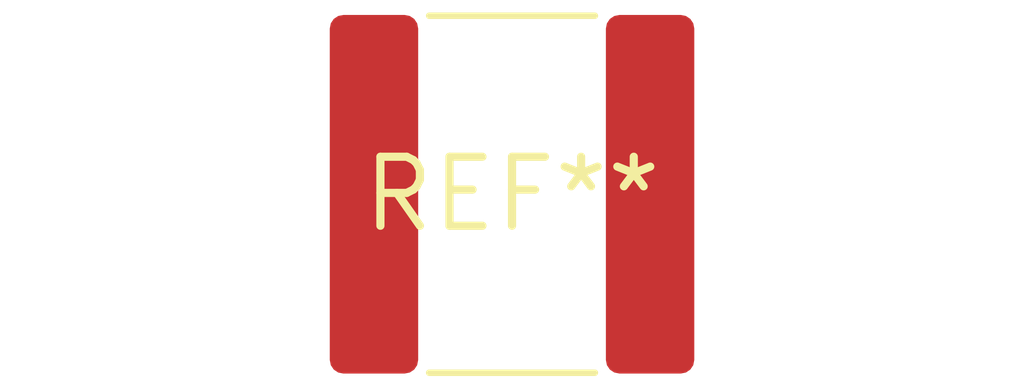
<source format=kicad_pcb>
(kicad_pcb (version 20240108) (generator pcbnew)
  (layers (0 "F.Cu" signal) (31 "B.Cu" signal) (34 "B.Paste" user) (35 "F.Paste" user) (36 "B.SilkS" user "B.Silkscreen") (37 "F.SilkS" user "F.Silkscreen") (38 "B.Mask" user) (39 "F.Mask" user) (44 "Edge.Cuts" user))
  (net 0 "")
  (footprint "C_2225_5664Metric" (layer "F.Cu") (at 0 0)
    (property "Reference" "REF**")
    (property "Value" "C_2225_5664Metric")
    (fp_line (start -1.522369 -3.285) (end 1.522369 -3.285) (layer "F.SilkS") (stroke (width 0.12)))
    (fp_line (start -1.522369 3.285) (end 1.522369 3.285) (layer "F.SilkS") (stroke (width 0.12)))
    (pad "1" smd roundrect (at -2.5375 0) (size 1.625 6.6) (layers "F.Cu" "F.Paste" "F.Mask") (roundrect_rratio 0.153846))
    (pad "2" smd roundrect (at 2.5375 0) (size 1.625 6.6) (layers "F.Cu" "F.Paste" "F.Mask") (roundrect_rratio 0.153846))
  )
)
</source>
